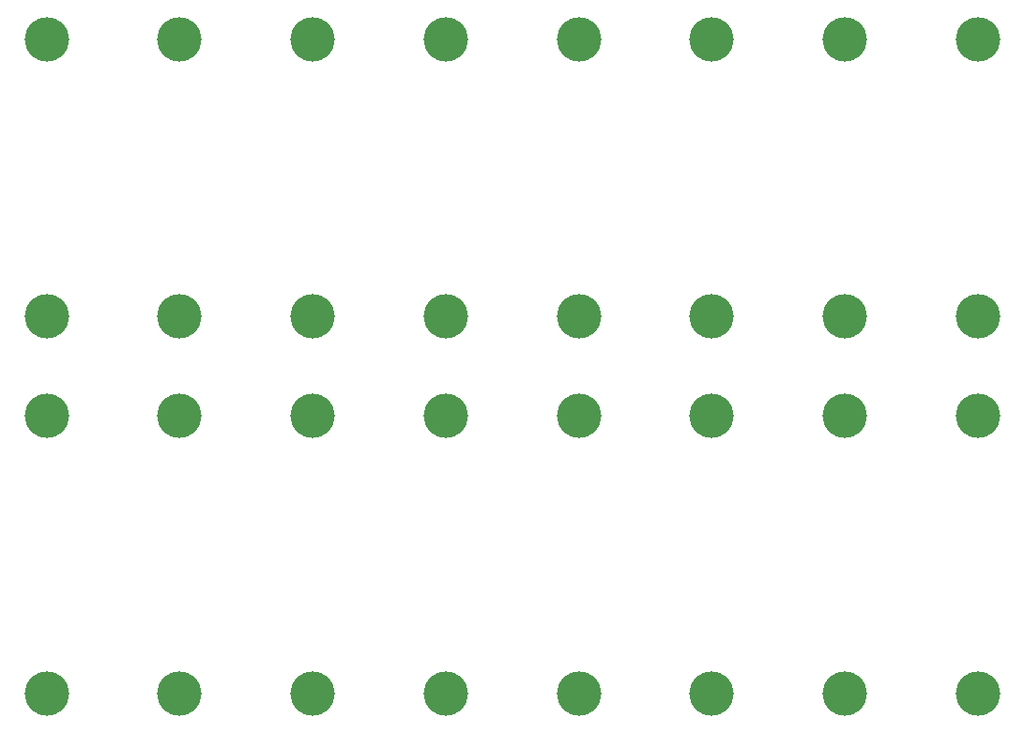
<source format=gbr>
%TF.GenerationSoftware,KiCad,Pcbnew,8.0.2*%
%TF.CreationDate,2024-06-26T18:14:25+07:00*%
%TF.ProjectId,capacitor_100nF_100V_Panel,63617061-6369-4746-9f72-5f3130306e46,rev?*%
%TF.SameCoordinates,Original*%
%TF.FileFunction,Soldermask,Bot*%
%TF.FilePolarity,Negative*%
%FSLAX46Y46*%
G04 Gerber Fmt 4.6, Leading zero omitted, Abs format (unit mm)*
G04 Created by KiCad (PCBNEW 8.0.2) date 2024-06-26 18:14:25*
%MOMM*%
%LPD*%
G01*
G04 APERTURE LIST*
%ADD10C,4.000000*%
G04 APERTURE END LIST*
D10*
%TO.C,J2*%
X65000000Y-36500500D03*
%TD*%
%TO.C,J1*%
X17000000Y-45500500D03*
%TD*%
%TO.C,J2*%
X53000000Y-70500500D03*
%TD*%
%TO.C,J1*%
X41000000Y-45500500D03*
%TD*%
%TO.C,J2*%
X41000000Y-70500500D03*
%TD*%
%TO.C,J2*%
X5000000Y-70500500D03*
%TD*%
%TO.C,J2*%
X5000000Y-36500500D03*
%TD*%
%TO.C,J2*%
X29000000Y-70500500D03*
%TD*%
%TO.C,J1*%
X65000000Y-45500500D03*
%TD*%
%TO.C,J1*%
X53000000Y-11500500D03*
%TD*%
%TO.C,J2*%
X77000000Y-36500500D03*
%TD*%
%TO.C,J2*%
X65000000Y-70500500D03*
%TD*%
%TO.C,J2*%
X89000000Y-70500500D03*
%TD*%
%TO.C,J1*%
X77000000Y-11500500D03*
%TD*%
%TO.C,J2*%
X17000000Y-70500500D03*
%TD*%
%TO.C,J1*%
X5000000Y-11500500D03*
%TD*%
%TO.C,J1*%
X41000000Y-11500500D03*
%TD*%
%TO.C,J1*%
X29000000Y-45500500D03*
%TD*%
%TO.C,J1*%
X77000000Y-45500500D03*
%TD*%
%TO.C,J1*%
X29000000Y-11500500D03*
%TD*%
%TO.C,J2*%
X77000000Y-70500500D03*
%TD*%
%TO.C,J1*%
X65000000Y-11500500D03*
%TD*%
%TO.C,J2*%
X41000000Y-36500500D03*
%TD*%
%TO.C,J2*%
X29000000Y-36500500D03*
%TD*%
%TO.C,J1*%
X17000000Y-11500500D03*
%TD*%
%TO.C,J2*%
X53000000Y-36500500D03*
%TD*%
%TO.C,J1*%
X53000000Y-45500500D03*
%TD*%
%TO.C,J1*%
X89000000Y-11500500D03*
%TD*%
%TO.C,J2*%
X17000000Y-36500500D03*
%TD*%
%TO.C,J2*%
X89000000Y-36500500D03*
%TD*%
%TO.C,J1*%
X5000000Y-45500500D03*
%TD*%
%TO.C,J1*%
X89000000Y-45500500D03*
%TD*%
M02*

</source>
